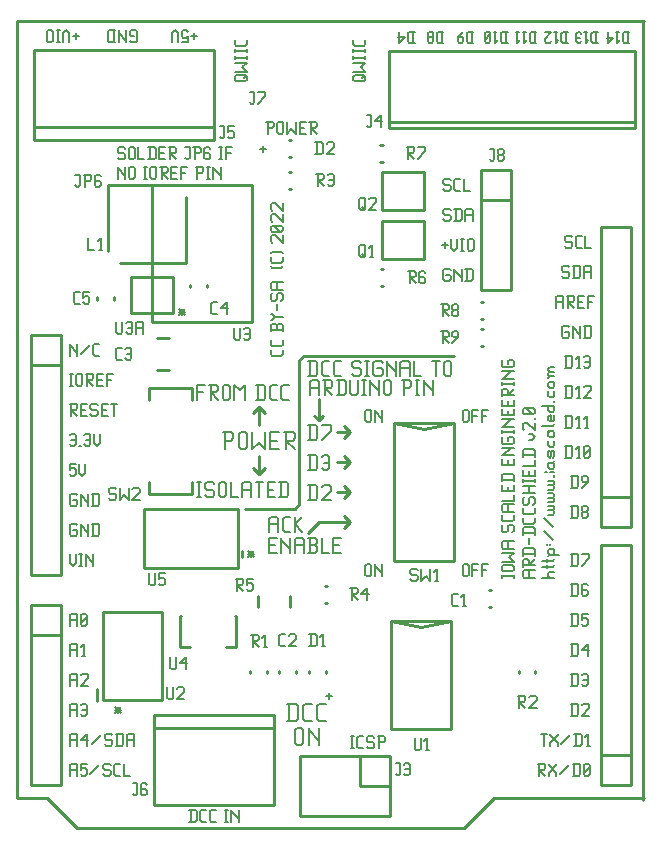
<source format=gbr>
G04 start of page 8 for group -4079 idx -4079 *
G04 Title: (unknown), topsilk *
G04 Creator: pcb 4.0.2 *
G04 CreationDate: Sat May 14 18:12:11 2022 UTC *
G04 For: railfan *
G04 Format: Gerber/RS-274X *
G04 PCB-Dimensions (mil): 3110.00 2710.00 *
G04 PCB-Coordinate-Origin: lower left *
%MOIN*%
%FSLAX25Y25*%
%LNTOPSILK*%
%ADD55C,0.0080*%
%ADD54C,0.0100*%
G54D54*X209500Y269500D02*Y10500D01*
X101500Y137000D02*X100000Y138500D01*
X96500Y158500D02*X146500D01*
X112000Y123000D02*X110000Y125000D01*
X112000Y123000D02*X110000Y121000D01*
X112000Y113000D02*X107500D01*
X112000D02*X110000Y115000D01*
X112000Y113000D02*X110000Y111000D01*
X1000Y270000D02*X210000D01*
X1000Y11000D02*Y270000D01*
X101500Y141500D02*Y137000D01*
X103000Y138500D01*
X101500Y144000D02*Y141000D01*
X95000Y151000D02*Y109000D01*
Y150500D02*Y157000D01*
X96500Y158500D01*
X81500Y125000D02*Y119000D01*
X83500Y121000D01*
X81500Y119000D02*X79500Y121000D01*
X77000Y107500D02*X93500D01*
X95000Y109000D01*
X81500Y141500D02*Y135500D01*
Y141500D02*X79500Y139500D01*
X81500Y141500D02*X83500Y139500D01*
X150000Y1000D02*X21000D01*
X1000Y11000D02*X11000D01*
X21000Y1000D02*X11000Y11000D01*
X160000D02*X150000Y1000D01*
X210000Y11000D02*X160000D01*
X98000Y99500D02*X101500Y103000D01*
X112000D01*
X110000Y105000D01*
X112000Y103000D02*X110000Y101000D01*
X112000Y133000D02*X107500D01*
X112000D02*X110000Y135000D01*
X112000Y133000D02*X110000Y131000D01*
X112000Y123000D02*X107500D01*
G54D55*X186000Y42500D02*Y38500D01*
X187500Y42500D02*X188000Y42000D01*
Y39000D01*
X187500Y38500D02*X188000Y39000D01*
X185500Y38500D02*X187500D01*
X185500Y42500D02*X187500D01*
X189200Y42000D02*X189700Y42500D01*
X191200D01*
X191700Y42000D01*
Y41000D01*
X189200Y38500D02*X191700Y41000D01*
X189200Y38500D02*X191700D01*
X174500Y22500D02*X176500D01*
X177000Y22000D01*
Y21000D01*
X176500Y20500D02*X177000Y21000D01*
X175000Y20500D02*X176500D01*
X175000Y22500D02*Y18500D01*
Y20500D02*X177000Y18500D01*
X178200Y22500D02*Y22000D01*
X180700Y19500D01*
Y18500D01*
X178200Y19500D02*Y18500D01*
Y19500D02*X180700Y22000D01*
Y22500D02*Y22000D01*
X181900Y19000D02*X184900Y22000D01*
X186600Y22500D02*Y18500D01*
X188100Y22500D02*X188600Y22000D01*
Y19000D01*
X188100Y18500D02*X188600Y19000D01*
X186100Y18500D02*X188100D01*
X186100Y22500D02*X188100D01*
X189800Y19000D02*X190300Y18500D01*
X189800Y22000D02*Y19000D01*
Y22000D02*X190300Y22500D01*
X191300D01*
X191800Y22000D01*
Y19000D01*
X191300Y18500D02*X191800Y19000D01*
X190300Y18500D02*X191300D01*
X189800Y19500D02*X191800Y21500D01*
X112100Y31600D02*X113100D01*
X112600D02*Y27600D01*
X112100D02*X113100D01*
X114800D02*X116300D01*
X114300Y28100D02*X114800Y27600D01*
X114300Y31100D02*Y28100D01*
Y31100D02*X114800Y31600D01*
X116300D01*
X119500D02*X120000Y31100D01*
X118000Y31600D02*X119500D01*
X117500Y31100D02*X118000Y31600D01*
X117500Y31100D02*Y30100D01*
X118000Y29600D01*
X119500D01*
X120000Y29100D01*
Y28100D01*
X119500Y27600D02*X120000Y28100D01*
X118000Y27600D02*X119500D01*
X117500Y28100D02*X118000Y27600D01*
X121700Y31600D02*Y27600D01*
X121200Y31600D02*X123200D01*
X123700Y31100D01*
Y30100D01*
X123200Y29600D02*X123700Y30100D01*
X121700Y29600D02*X123200D01*
X175500Y32500D02*X177500D01*
X176500D02*Y28500D01*
X178700Y32500D02*Y32000D01*
X181200Y29500D01*
Y28500D01*
X178700Y29500D02*Y28500D01*
Y29500D02*X181200Y32000D01*
Y32500D02*Y32000D01*
X182400Y29000D02*X185400Y32000D01*
X187100Y32500D02*Y28500D01*
X188600Y32500D02*X189100Y32000D01*
Y29000D01*
X188600Y28500D02*X189100Y29000D01*
X186600Y28500D02*X188600D01*
X186600Y32500D02*X188600D01*
X190800Y28500D02*X191800D01*
X191300Y32500D02*Y28500D01*
X190300Y31500D02*X191300Y32500D01*
X186000Y52500D02*Y48500D01*
X187500Y52500D02*X188000Y52000D01*
Y49000D01*
X187500Y48500D02*X188000Y49000D01*
X185500Y48500D02*X187500D01*
X185500Y52500D02*X187500D01*
X189200Y52000D02*X189700Y52500D01*
X190700D01*
X191200Y52000D01*
Y49000D01*
X190700Y48500D02*X191200Y49000D01*
X189700Y48500D02*X190700D01*
X189200Y49000D02*X189700Y48500D01*
Y50500D02*X191200D01*
X149500Y88500D02*Y85500D01*
Y88500D02*X150000Y89000D01*
X151000D01*
X151500Y88500D01*
Y85500D01*
X151000Y85000D02*X151500Y85500D01*
X150000Y85000D02*X151000D01*
X149500Y85500D02*X150000Y85000D01*
X152700Y89000D02*Y85000D01*
Y89000D02*X154700D01*
X152700Y87000D02*X154200D01*
X155900Y89000D02*Y85000D01*
Y89000D02*X157900D01*
X155900Y87000D02*X157400D01*
X186000Y108500D02*Y104500D01*
X187500Y108500D02*X188000Y108000D01*
Y105000D01*
X187500Y104500D02*X188000Y105000D01*
X185500Y104500D02*X187500D01*
X185500Y108500D02*X187500D01*
X189200Y105000D02*X189700Y104500D01*
X189200Y106000D02*Y105000D01*
Y106000D02*X189700Y106500D01*
X190700D01*
X191200Y106000D01*
Y105000D01*
X190700Y104500D02*X191200Y105000D01*
X189700Y104500D02*X190700D01*
X189200Y107000D02*X189700Y106500D01*
X189200Y108000D02*Y107000D01*
Y108000D02*X189700Y108500D01*
X190700D01*
X191200Y108000D01*
Y107000D01*
X190700Y106500D02*X191200Y107000D01*
X184000Y158500D02*Y154500D01*
X185500Y158500D02*X186000Y158000D01*
Y155000D01*
X185500Y154500D02*X186000Y155000D01*
X183500Y154500D02*X185500D01*
X183500Y158500D02*X185500D01*
X187700Y154500D02*X188700D01*
X188200Y158500D02*Y154500D01*
X187200Y157500D02*X188200Y158500D01*
X189900Y158000D02*X190400Y158500D01*
X191400D01*
X191900Y158000D01*
Y155000D01*
X191400Y154500D02*X191900Y155000D01*
X190400Y154500D02*X191400D01*
X189900Y155000D02*X190400Y154500D01*
Y156500D02*X191900D01*
X184000Y148500D02*Y144500D01*
X185500Y148500D02*X186000Y148000D01*
Y145000D01*
X185500Y144500D02*X186000Y145000D01*
X183500Y144500D02*X185500D01*
X183500Y148500D02*X185500D01*
X187700Y144500D02*X188700D01*
X188200Y148500D02*Y144500D01*
X187200Y147500D02*X188200Y148500D01*
X189900Y148000D02*X190400Y148500D01*
X191900D01*
X192400Y148000D01*
Y147000D01*
X189900Y144500D02*X192400Y147000D01*
X189900Y144500D02*X192400D01*
X184000Y138500D02*Y134500D01*
X185500Y138500D02*X186000Y138000D01*
Y135000D01*
X185500Y134500D02*X186000Y135000D01*
X183500Y134500D02*X185500D01*
X183500Y138500D02*X185500D01*
X187700Y134500D02*X188700D01*
X188200Y138500D02*Y134500D01*
X187200Y137500D02*X188200Y138500D01*
X190400Y134500D02*X191400D01*
X190900Y138500D02*Y134500D01*
X189900Y137500D02*X190900Y138500D01*
X184000Y128500D02*Y124500D01*
X185500Y128500D02*X186000Y128000D01*
Y125000D01*
X185500Y124500D02*X186000Y125000D01*
X183500Y124500D02*X185500D01*
X183500Y128500D02*X185500D01*
X187700Y124500D02*X188700D01*
X188200Y128500D02*Y124500D01*
X187200Y127500D02*X188200Y128500D01*
X189900Y125000D02*X190400Y124500D01*
X189900Y128000D02*Y125000D01*
Y128000D02*X190400Y128500D01*
X191400D01*
X191900Y128000D01*
Y125000D01*
X191400Y124500D02*X191900Y125000D01*
X190400Y124500D02*X191400D01*
X189900Y125500D02*X191900Y127500D01*
X186000Y118500D02*Y114500D01*
X187500Y118500D02*X188000Y118000D01*
Y115000D01*
X187500Y114500D02*X188000Y115000D01*
X185500Y114500D02*X187500D01*
X185500Y118500D02*X187500D01*
X189200Y114500D02*X191200Y116500D01*
Y118000D02*Y116500D01*
X190700Y118500D02*X191200Y118000D01*
X189700Y118500D02*X190700D01*
X189200Y118000D02*X189700Y118500D01*
X189200Y118000D02*Y117000D01*
X189700Y116500D01*
X191200D01*
X180500Y178000D02*Y174500D01*
Y178000D02*X181000Y178500D01*
X182500D01*
X183000Y178000D01*
Y174500D01*
X180500Y176500D02*X183000D01*
X184200Y178500D02*X186200D01*
X186700Y178000D01*
Y177000D01*
X186200Y176500D02*X186700Y177000D01*
X184700Y176500D02*X186200D01*
X184700Y178500D02*Y174500D01*
Y176500D02*X186700Y174500D01*
X187900Y176500D02*X189400D01*
X187900Y174500D02*X189900D01*
X187900Y178500D02*Y174500D01*
Y178500D02*X189900D01*
X191100D02*Y174500D01*
Y178500D02*X193100D01*
X191100Y176500D02*X192600D01*
X185500Y198500D02*X186000Y198000D01*
X184000Y198500D02*X185500D01*
X183500Y198000D02*X184000Y198500D01*
X183500Y198000D02*Y197000D01*
X184000Y196500D01*
X185500D01*
X186000Y196000D01*
Y195000D01*
X185500Y194500D02*X186000Y195000D01*
X184000Y194500D02*X185500D01*
X183500Y195000D02*X184000Y194500D01*
X187700D02*X189200D01*
X187200Y195000D02*X187700Y194500D01*
X187200Y198000D02*Y195000D01*
Y198000D02*X187700Y198500D01*
X189200D01*
X190400D02*Y194500D01*
X192400D01*
X184500Y168500D02*X185000Y168000D01*
X183000Y168500D02*X184500D01*
X182500Y168000D02*X183000Y168500D01*
X182500Y168000D02*Y165000D01*
X183000Y164500D01*
X184500D01*
X185000Y165000D01*
Y166000D02*Y165000D01*
X184500Y166500D02*X185000Y166000D01*
X183500Y166500D02*X184500D01*
X186200Y168500D02*Y164500D01*
Y168500D02*Y168000D01*
X188700Y165500D01*
Y168500D02*Y164500D01*
X190400Y168500D02*Y164500D01*
X191900Y168500D02*X192400Y168000D01*
Y165000D01*
X191900Y164500D02*X192400Y165000D01*
X189900Y164500D02*X191900D01*
X189900Y168500D02*X191900D01*
X184500Y188500D02*X185000Y188000D01*
X183000Y188500D02*X184500D01*
X182500Y188000D02*X183000Y188500D01*
X182500Y188000D02*Y187000D01*
X183000Y186500D01*
X184500D01*
X185000Y186000D01*
Y185000D01*
X184500Y184500D02*X185000Y185000D01*
X183000Y184500D02*X184500D01*
X182500Y185000D02*X183000Y184500D01*
X186700Y188500D02*Y184500D01*
X188200Y188500D02*X188700Y188000D01*
Y185000D01*
X188200Y184500D02*X188700Y185000D01*
X186200Y184500D02*X188200D01*
X186200Y188500D02*X188200D01*
X189900Y188000D02*Y184500D01*
Y188000D02*X190400Y188500D01*
X191900D01*
X192400Y188000D01*
Y184500D01*
X189900Y186500D02*X192400D01*
X186000Y92500D02*Y88500D01*
X187500Y92500D02*X188000Y92000D01*
Y89000D01*
X187500Y88500D02*X188000Y89000D01*
X185500Y88500D02*X187500D01*
X185500Y92500D02*X187500D01*
X189200Y88500D02*X191700Y91000D01*
Y92500D02*Y91000D01*
X189200Y92500D02*X191700D01*
X186000Y82500D02*Y78500D01*
X187500Y82500D02*X188000Y82000D01*
Y79000D01*
X187500Y78500D02*X188000Y79000D01*
X185500Y78500D02*X187500D01*
X185500Y82500D02*X187500D01*
X190700D02*X191200Y82000D01*
X189700Y82500D02*X190700D01*
X189200Y82000D02*X189700Y82500D01*
X189200Y82000D02*Y79000D01*
X189700Y78500D01*
X190700Y80500D02*X191200Y80000D01*
X189200Y80500D02*X190700D01*
X189700Y78500D02*X190700D01*
X191200Y79000D01*
Y80000D02*Y79000D01*
X176000Y84500D02*X180000D01*
X178500D02*X178000Y85000D01*
Y86000D02*Y85000D01*
Y86000D02*X178500Y86500D01*
X180000D01*
X176000Y88200D02*X179500D01*
X180000Y88700D01*
X177500D02*Y87700D01*
X176000Y90200D02*X179500D01*
X180000Y90700D01*
X177500D02*Y89700D01*
X178500Y92200D02*X181500D01*
X178000Y91700D02*X178500Y92200D01*
X178000Y92700D01*
Y93700D02*Y92700D01*
Y93700D02*X178500Y94200D01*
X179500D01*
X180000Y93700D02*X179500Y94200D01*
X180000Y93700D02*Y92700D01*
X179500Y92200D02*X180000Y92700D01*
X177500Y95900D02*Y95400D01*
X178500Y95900D02*Y95400D01*
X179500Y97100D02*X176500Y100100D01*
X179500Y101300D02*X176500Y104300D01*
X178000Y105500D02*X179500D01*
X180000Y106000D01*
Y106500D02*Y106000D01*
Y106500D02*X179500Y107000D01*
X178000D02*X179500D01*
X180000Y107500D01*
Y108000D02*Y107500D01*
Y108000D02*X179500Y108500D01*
X178000D02*X179500D01*
X178000Y109700D02*X179500D01*
X180000Y110200D01*
Y110700D02*Y110200D01*
Y110700D02*X179500Y111200D01*
X178000D02*X179500D01*
X180000Y111700D01*
Y112200D02*Y111700D01*
Y112200D02*X179500Y112700D01*
X178000D02*X179500D01*
X178000Y113900D02*X179500D01*
X180000Y114400D01*
Y114900D02*Y114400D01*
Y114900D02*X179500Y115400D01*
X178000D02*X179500D01*
X180000Y115900D01*
Y116400D02*Y115900D01*
Y116400D02*X179500Y116900D01*
X178000D02*X179500D01*
X180000Y118600D02*Y118100D01*
X177000Y119800D02*X177500D01*
X178500D02*X180000D01*
X178000Y122300D02*X178500Y122800D01*
X178000Y122300D02*Y121300D01*
X178500Y120800D02*X178000Y121300D01*
X178500Y120800D02*X179500D01*
X180000Y121300D01*
X178000Y122800D02*X179500D01*
X180000Y123300D01*
Y122300D02*Y121300D01*
Y122300D02*X179500Y122800D01*
X180000Y126500D02*Y125000D01*
Y126500D02*X179500Y127000D01*
X179000Y126500D02*X179500Y127000D01*
X179000Y126500D02*Y125000D01*
X178500Y124500D02*X179000Y125000D01*
X178500Y124500D02*X178000Y125000D01*
Y126500D02*Y125000D01*
Y126500D02*X178500Y127000D01*
X179500Y124500D02*X180000Y125000D01*
X178000Y130200D02*Y128700D01*
X178500Y128200D02*X178000Y128700D01*
X178500Y128200D02*X179500D01*
X180000Y128700D01*
Y130200D02*Y128700D01*
X178000Y132900D02*X178500Y133400D01*
X178000Y132900D02*Y131900D01*
X178500Y131400D02*X178000Y131900D01*
X178500Y131400D02*X179500D01*
X180000Y131900D01*
X178000Y133400D02*X179500D01*
X180000Y133900D01*
Y132900D02*Y131900D01*
Y132900D02*X179500Y133400D01*
X176000Y135100D02*X179500D01*
X180000Y135600D01*
Y138600D02*Y137100D01*
X179500Y136600D02*X180000Y137100D01*
X178500Y136600D02*X179500D01*
X178500D02*X178000Y137100D01*
Y138100D02*Y137100D01*
Y138100D02*X178500Y138600D01*
X179000D02*Y136600D01*
X178500Y138600D02*X179000D01*
X176000Y141800D02*X180000D01*
Y141300D02*X179500Y141800D01*
X180000Y141300D02*Y140300D01*
X179500Y139800D02*X180000Y140300D01*
X178500Y139800D02*X179500D01*
X178500D02*X178000Y140300D01*
Y141300D02*Y140300D01*
Y141300D02*X178500Y141800D01*
X180000Y143500D02*Y143000D01*
X178000Y146700D02*Y145200D01*
X178500Y144700D02*X178000Y145200D01*
X178500Y144700D02*X179500D01*
X180000Y145200D01*
Y146700D02*Y145200D01*
X178500Y147900D02*X179500D01*
X178500D02*X178000Y148400D01*
Y149400D02*Y148400D01*
Y149400D02*X178500Y149900D01*
X179500D01*
X180000Y149400D02*X179500Y149900D01*
X180000Y149400D02*Y148400D01*
X179500Y147900D02*X180000Y148400D01*
X178500Y151600D02*X180000D01*
X178500D02*X178000Y152100D01*
Y152600D02*Y152100D01*
Y152600D02*X178500Y153100D01*
X180000D01*
X178500D02*X178000Y153600D01*
Y154100D02*Y153600D01*
Y154100D02*X178500Y154600D01*
X180000D01*
X178000Y151100D02*X178500Y151600D01*
X170000Y84500D02*X173500D01*
X170000D02*X169500Y85000D01*
Y86500D02*Y85000D01*
Y86500D02*X170000Y87000D01*
X173500D01*
X171500D02*Y84500D01*
X169500Y90200D02*Y88200D01*
Y90200D02*X170000Y90700D01*
X171000D01*
X171500Y90200D02*X171000Y90700D01*
X171500Y90200D02*Y88700D01*
X169500D02*X173500D01*
X171500D02*X173500Y90700D01*
X169500Y92400D02*X173500D01*
X169500Y93900D02*X170000Y94400D01*
X173000D01*
X173500Y93900D02*X173000Y94400D01*
X173500Y93900D02*Y91900D01*
X169500Y93900D02*Y91900D01*
X171500Y97600D02*Y95600D01*
X169500Y99300D02*X173500D01*
X169500Y100800D02*X170000Y101300D01*
X173000D01*
X173500Y100800D02*X173000Y101300D01*
X173500Y100800D02*Y98800D01*
X169500Y100800D02*Y98800D01*
X173500Y104500D02*Y103000D01*
X173000Y102500D02*X173500Y103000D01*
X170000Y102500D02*X173000D01*
X170000D02*X169500Y103000D01*
Y104500D02*Y103000D01*
X173500Y107700D02*Y106200D01*
X173000Y105700D02*X173500Y106200D01*
X170000Y105700D02*X173000D01*
X170000D02*X169500Y106200D01*
Y107700D02*Y106200D01*
Y110900D02*X170000Y111400D01*
X169500Y110900D02*Y109400D01*
X170000Y108900D02*X169500Y109400D01*
X170000Y108900D02*X171000D01*
X171500Y109400D01*
Y110900D02*Y109400D01*
Y110900D02*X172000Y111400D01*
X173000D01*
X173500Y110900D02*X173000Y111400D01*
X173500Y110900D02*Y109400D01*
X173000Y108900D02*X173500Y109400D01*
X169500Y112600D02*X173500D01*
X169500Y115100D02*X173500D01*
X171500D02*Y112600D01*
X169500Y117300D02*Y116300D01*
Y116800D02*X173500D01*
Y117300D02*Y116300D01*
X171500Y120000D02*Y118500D01*
X173500Y120500D02*Y118500D01*
X169500D02*X173500D01*
X169500Y120500D02*Y118500D01*
Y121700D02*X173500D01*
Y123700D02*Y121700D01*
X169500Y125400D02*X173500D01*
X169500Y126900D02*X170000Y127400D01*
X173000D01*
X173500Y126900D02*X173000Y127400D01*
X173500Y126900D02*Y124900D01*
X169500Y126900D02*Y124900D01*
X171500Y130400D02*X172500D01*
X173500Y131400D01*
X172500Y132400D01*
X171500D02*X172500D01*
X170000Y133600D02*X169500Y134100D01*
Y135600D02*Y134100D01*
Y135600D02*X170000Y136100D01*
X171000D01*
X173500Y133600D02*X171000Y136100D01*
X173500D02*Y133600D01*
Y137800D02*Y137300D01*
X173000Y139000D02*X173500Y139500D01*
X170000Y139000D02*X173000D01*
X170000D02*X169500Y139500D01*
Y140500D02*Y139500D01*
Y140500D02*X170000Y141000D01*
X173000D01*
X173500Y140500D02*X173000Y141000D01*
X173500Y140500D02*Y139500D01*
X172500Y139000D02*X170500Y141000D01*
X162500Y85500D02*Y84500D01*
Y85000D02*X166500D01*
Y85500D02*Y84500D01*
X163000Y86700D02*X166000D01*
X163000D02*X162500Y87200D01*
Y88200D02*Y87200D01*
Y88200D02*X163000Y88700D01*
X166000D01*
X166500Y88200D02*X166000Y88700D01*
X166500Y88200D02*Y87200D01*
X166000Y86700D02*X166500Y87200D01*
X162500Y89900D02*X166500D01*
X165000Y91400D01*
X166500Y92900D01*
X162500D02*X166500D01*
X163000Y94100D02*X166500D01*
X163000D02*X162500Y94600D01*
Y96100D02*Y94600D01*
Y96100D02*X163000Y96600D01*
X166500D01*
X164500D02*Y94100D01*
X162500Y101600D02*X163000Y102100D01*
X162500Y101600D02*Y100100D01*
X163000Y99600D02*X162500Y100100D01*
X163000Y99600D02*X164000D01*
X164500Y100100D01*
Y101600D02*Y100100D01*
Y101600D02*X165000Y102100D01*
X166000D01*
X166500Y101600D02*X166000Y102100D01*
X166500Y101600D02*Y100100D01*
X166000Y99600D02*X166500Y100100D01*
Y105300D02*Y103800D01*
X166000Y103300D02*X166500Y103800D01*
X163000Y103300D02*X166000D01*
X163000D02*X162500Y103800D01*
Y105300D02*Y103800D01*
X163000Y106500D02*X166500D01*
X163000D02*X162500Y107000D01*
Y108500D02*Y107000D01*
Y108500D02*X163000Y109000D01*
X166500D01*
X164500D02*Y106500D01*
X162500Y110200D02*X166500D01*
Y112200D02*Y110200D01*
X164500Y114900D02*Y113400D01*
X166500Y115400D02*Y113400D01*
X162500D02*X166500D01*
X162500Y115400D02*Y113400D01*
Y117100D02*X166500D01*
X162500Y118600D02*X163000Y119100D01*
X166000D01*
X166500Y118600D02*X166000Y119100D01*
X166500Y118600D02*Y116600D01*
X162500Y118600D02*Y116600D01*
X164500Y123600D02*Y122100D01*
X166500Y124100D02*Y122100D01*
X162500D02*X166500D01*
X162500Y124100D02*Y122100D01*
Y125300D02*X166500D01*
X162500D02*X163000D01*
X165500Y127800D01*
X162500D02*X166500D01*
X162500Y131000D02*X163000Y131500D01*
X162500Y131000D02*Y129500D01*
X163000Y129000D02*X162500Y129500D01*
X163000Y129000D02*X166000D01*
X166500Y129500D01*
Y131000D02*Y129500D01*
Y131000D02*X166000Y131500D01*
X165000D02*X166000D01*
X164500Y131000D02*X165000Y131500D01*
X164500Y131000D02*Y130000D01*
X162500Y133700D02*Y132700D01*
Y133200D02*X166500D01*
Y133700D02*Y132700D01*
X162500Y134900D02*X166500D01*
X162500D02*X163000D01*
X165500Y137400D01*
X162500D02*X166500D01*
X164500Y140100D02*Y138600D01*
X166500Y140600D02*Y138600D01*
X162500D02*X166500D01*
X162500Y140600D02*Y138600D01*
X164500Y143300D02*Y141800D01*
X166500Y143800D02*Y141800D01*
X162500D02*X166500D01*
X162500Y143800D02*Y141800D01*
Y147000D02*Y145000D01*
Y147000D02*X163000Y147500D01*
X164000D01*
X164500Y147000D02*X164000Y147500D01*
X164500Y147000D02*Y145500D01*
X162500D02*X166500D01*
X164500D02*X166500Y147500D01*
X162500Y149700D02*Y148700D01*
Y149200D02*X166500D01*
Y149700D02*Y148700D01*
X162500Y150900D02*X166500D01*
X162500D02*X163000D01*
X165500Y153400D01*
X162500D02*X166500D01*
X162500Y156600D02*X163000Y157100D01*
X162500Y156600D02*Y155100D01*
X163000Y154600D02*X162500Y155100D01*
X163000Y154600D02*X166000D01*
X166500Y155100D01*
Y156600D02*Y155100D01*
Y156600D02*X166000Y157100D01*
X165000D02*X166000D01*
X164500Y156600D02*X165000Y157100D01*
X164500Y156600D02*Y155600D01*
X18500Y92500D02*Y89500D01*
X19500Y88500D01*
X20500Y89500D01*
Y92500D02*Y89500D01*
X21700Y92500D02*X22700D01*
X22200D02*Y88500D01*
X21700D02*X22700D01*
X23900Y92500D02*Y88500D01*
Y92500D02*Y92000D01*
X26400Y89500D01*
Y92500D02*Y88500D01*
X20500Y102500D02*X21000Y102000D01*
X19000Y102500D02*X20500D01*
X18500Y102000D02*X19000Y102500D01*
X18500Y102000D02*Y99000D01*
X19000Y98500D01*
X20500D01*
X21000Y99000D01*
Y100000D02*Y99000D01*
X20500Y100500D02*X21000Y100000D01*
X19500Y100500D02*X20500D01*
X22200Y102500D02*Y98500D01*
Y102500D02*Y102000D01*
X24700Y99500D01*
Y102500D02*Y98500D01*
X26400Y102500D02*Y98500D01*
X27900Y102500D02*X28400Y102000D01*
Y99000D01*
X27900Y98500D02*X28400Y99000D01*
X25900Y98500D02*X27900D01*
X25900Y102500D02*X27900D01*
X20500Y112500D02*X21000Y112000D01*
X19000Y112500D02*X20500D01*
X18500Y112000D02*X19000Y112500D01*
X18500Y112000D02*Y109000D01*
X19000Y108500D01*
X20500D01*
X21000Y109000D01*
Y110000D02*Y109000D01*
X20500Y110500D02*X21000Y110000D01*
X19500Y110500D02*X20500D01*
X22200Y112500D02*Y108500D01*
Y112500D02*Y112000D01*
X24700Y109500D01*
Y112500D02*Y108500D01*
X26400Y112500D02*Y108500D01*
X27900Y112500D02*X28400Y112000D01*
Y109000D01*
X27900Y108500D02*X28400Y109000D01*
X25900Y108500D02*X27900D01*
X25900Y112500D02*X27900D01*
X18500Y22000D02*Y18500D01*
Y22000D02*X19000Y22500D01*
X20500D01*
X21000Y22000D01*
Y18500D01*
X18500Y20500D02*X21000D01*
X22200Y22500D02*X24200D01*
X22200D02*Y20500D01*
X22700Y21000D01*
X23700D01*
X24200Y20500D01*
Y19000D01*
X23700Y18500D02*X24200Y19000D01*
X22700Y18500D02*X23700D01*
X22200Y19000D02*X22700Y18500D01*
X25400Y19000D02*X28400Y22000D01*
X31600Y22500D02*X32100Y22000D01*
X30100Y22500D02*X31600D01*
X29600Y22000D02*X30100Y22500D01*
X29600Y22000D02*Y21000D01*
X30100Y20500D01*
X31600D01*
X32100Y20000D01*
Y19000D01*
X31600Y18500D02*X32100Y19000D01*
X30100Y18500D02*X31600D01*
X29600Y19000D02*X30100Y18500D01*
X33800D02*X35300D01*
X33300Y19000D02*X33800Y18500D01*
X33300Y22000D02*Y19000D01*
Y22000D02*X33800Y22500D01*
X35300D01*
X36500D02*Y18500D01*
X38500D01*
X18500Y32000D02*Y28500D01*
Y32000D02*X19000Y32500D01*
X20500D01*
X21000Y32000D01*
Y28500D01*
X18500Y30500D02*X21000D01*
X22200D02*X24200Y32500D01*
X22200Y30500D02*X24700D01*
X24200Y32500D02*Y28500D01*
X25900Y29000D02*X28900Y32000D01*
X32100Y32500D02*X32600Y32000D01*
X30600Y32500D02*X32100D01*
X30100Y32000D02*X30600Y32500D01*
X30100Y32000D02*Y31000D01*
X30600Y30500D01*
X32100D01*
X32600Y30000D01*
Y29000D01*
X32100Y28500D02*X32600Y29000D01*
X30600Y28500D02*X32100D01*
X30100Y29000D02*X30600Y28500D01*
X34300Y32500D02*Y28500D01*
X35800Y32500D02*X36300Y32000D01*
Y29000D01*
X35800Y28500D02*X36300Y29000D01*
X33800Y28500D02*X35800D01*
X33800Y32500D02*X35800D01*
X37500Y32000D02*Y28500D01*
Y32000D02*X38000Y32500D01*
X39500D01*
X40000Y32000D01*
Y28500D01*
X37500Y30500D02*X40000D01*
X18500Y42000D02*Y38500D01*
Y42000D02*X19000Y42500D01*
X20500D01*
X21000Y42000D01*
Y38500D01*
X18500Y40500D02*X21000D01*
X22200Y42000D02*X22700Y42500D01*
X23700D01*
X24200Y42000D01*
Y39000D01*
X23700Y38500D02*X24200Y39000D01*
X22700Y38500D02*X23700D01*
X22200Y39000D02*X22700Y38500D01*
Y40500D02*X24200D01*
X18500Y52000D02*Y48500D01*
Y52000D02*X19000Y52500D01*
X20500D01*
X21000Y52000D01*
Y48500D01*
X18500Y50500D02*X21000D01*
X22200Y52000D02*X22700Y52500D01*
X24200D01*
X24700Y52000D01*
Y51000D01*
X22200Y48500D02*X24700Y51000D01*
X22200Y48500D02*X24700D01*
X18500Y132000D02*X19000Y132500D01*
X20000D01*
X20500Y132000D01*
Y129000D01*
X20000Y128500D02*X20500Y129000D01*
X19000Y128500D02*X20000D01*
X18500Y129000D02*X19000Y128500D01*
Y130500D02*X20500D01*
X21700Y128500D02*X22200D01*
X23400Y132000D02*X23900Y132500D01*
X24900D01*
X25400Y132000D01*
Y129000D01*
X24900Y128500D02*X25400Y129000D01*
X23900Y128500D02*X24900D01*
X23400Y129000D02*X23900Y128500D01*
Y130500D02*X25400D01*
X26600Y132500D02*Y129500D01*
X27600Y128500D01*
X28600Y129500D01*
Y132500D02*Y129500D01*
X18500Y142500D02*X20500D01*
X21000Y142000D01*
Y141000D01*
X20500Y140500D02*X21000Y141000D01*
X19000Y140500D02*X20500D01*
X19000Y142500D02*Y138500D01*
Y140500D02*X21000Y138500D01*
X22200Y140500D02*X23700D01*
X22200Y138500D02*X24200D01*
X22200Y142500D02*Y138500D01*
Y142500D02*X24200D01*
X27400D02*X27900Y142000D01*
X25900Y142500D02*X27400D01*
X25400Y142000D02*X25900Y142500D01*
X25400Y142000D02*Y141000D01*
X25900Y140500D01*
X27400D01*
X27900Y140000D01*
Y139000D01*
X27400Y138500D02*X27900Y139000D01*
X25900Y138500D02*X27400D01*
X25400Y139000D02*X25900Y138500D01*
X29100Y140500D02*X30600D01*
X29100Y138500D02*X31100D01*
X29100Y142500D02*Y138500D01*
Y142500D02*X31100D01*
X32300D02*X34300D01*
X33300D02*Y138500D01*
X18500Y162500D02*Y158500D01*
Y162500D02*Y162000D01*
X21000Y159500D01*
Y162500D02*Y158500D01*
X22200Y159000D02*X25200Y162000D01*
X26900Y158500D02*X28400D01*
X26400Y159000D02*X26900Y158500D01*
X26400Y162000D02*Y159000D01*
Y162000D02*X26900Y162500D01*
X28400D01*
X18500Y152500D02*X19500D01*
X19000D02*Y148500D01*
X18500D02*X19500D01*
X20700Y152000D02*Y149000D01*
Y152000D02*X21200Y152500D01*
X22200D01*
X22700Y152000D01*
Y149000D01*
X22200Y148500D02*X22700Y149000D01*
X21200Y148500D02*X22200D01*
X20700Y149000D02*X21200Y148500D01*
X23900Y152500D02*X25900D01*
X26400Y152000D01*
Y151000D01*
X25900Y150500D02*X26400Y151000D01*
X24400Y150500D02*X25900D01*
X24400Y152500D02*Y148500D01*
Y150500D02*X26400Y148500D01*
X27600Y150500D02*X29100D01*
X27600Y148500D02*X29600D01*
X27600Y152500D02*Y148500D01*
Y152500D02*X29600D01*
X30800D02*Y148500D01*
Y152500D02*X32800D01*
X30800Y150500D02*X32300D01*
X18500Y122500D02*X20500D01*
X18500D02*Y120500D01*
X19000Y121000D01*
X20000D01*
X20500Y120500D01*
Y119000D01*
X20000Y118500D02*X20500Y119000D01*
X19000Y118500D02*X20000D01*
X18500Y119000D02*X19000Y118500D01*
X21700Y122500D02*Y119500D01*
X22700Y118500D01*
X23700Y119500D01*
Y122500D02*Y119500D01*
X54873Y174127D02*X56873Y172127D01*
X54873D02*X56873Y174127D01*
X54873Y173127D02*X56873D01*
X55873Y174127D02*Y172127D01*
X204575Y266250D02*Y262850D01*
X203300D02*X202875Y263275D01*
Y265825D02*Y263275D01*
X203300Y266250D02*X202875Y265825D01*
X203300Y266250D02*X205000D01*
X203300Y262850D02*X205000D01*
X200580Y266250D02*X201430D01*
X201005D02*Y262850D01*
X201855Y263700D02*X201005Y262850D01*
X199560Y264550D02*X197860Y262850D01*
X197435Y264550D02*X199560D01*
X197860Y266250D02*Y262850D01*
X194075Y266250D02*Y262850D01*
X192800D02*X192375Y263275D01*
Y265825D02*Y263275D01*
X192800Y266250D02*X192375Y265825D01*
X192800Y266250D02*X194500D01*
X192800Y262850D02*X194500D01*
X190080Y266250D02*X190930D01*
X190505D02*Y262850D01*
X191355Y263700D02*X190505Y262850D01*
X189060Y263275D02*X188635Y262850D01*
X187785D02*X188635D01*
X187785D02*X187360Y263275D01*
Y265825D02*Y263275D01*
X187785Y266250D02*X187360Y265825D01*
X187785Y266250D02*X188635D01*
X189060Y265825D02*X188635Y266250D01*
X187360Y264550D02*X188635D01*
X184075Y266250D02*Y262850D01*
X182800D02*X182375Y263275D01*
Y265825D02*Y263275D01*
X182800Y266250D02*X182375Y265825D01*
X182800Y266250D02*X184500D01*
X182800Y262850D02*X184500D01*
X180080Y266250D02*X180930D01*
X180505D02*Y262850D01*
X181355Y263700D02*X180505Y262850D01*
X179060Y263275D02*X178635Y262850D01*
X177360D02*X178635D01*
X177360D02*X176935Y263275D01*
Y264125D02*Y263275D01*
X179060Y266250D02*X176935Y264125D01*
Y266250D02*X179060D01*
X173575D02*Y262850D01*
X172300D02*X171875Y263275D01*
Y265825D02*Y263275D01*
X172300Y266250D02*X171875Y265825D01*
X172300Y266250D02*X174000D01*
X172300Y262850D02*X174000D01*
X169580Y266250D02*X170430D01*
X170005D02*Y262850D01*
X170855Y263700D02*X170005Y262850D01*
X167285Y266250D02*X168135D01*
X167710D02*Y262850D01*
X168560Y263700D02*X167710Y262850D01*
X164050Y266500D02*Y262900D01*
X162700D02*X162250Y263350D01*
Y266050D02*Y263350D01*
X162700Y266500D02*X162250Y266050D01*
X162700Y266500D02*X164500D01*
X162700Y262900D02*X164500D01*
X159820Y266500D02*X160720D01*
X160270D02*Y262900D01*
X161170Y263800D02*X160270Y262900D01*
X158740Y266050D02*X158290Y266500D01*
X158740Y266050D02*Y263350D01*
X158290Y262900D01*
X157390D02*X158290D01*
X157390D02*X156940Y263350D01*
Y266050D02*Y263350D01*
X157390Y266500D02*X156940Y266050D01*
X157390Y266500D02*X158290D01*
X158740Y265600D02*X156940Y263800D01*
X152550Y266500D02*Y262900D01*
X151200D02*X150750Y263350D01*
Y266050D02*Y263350D01*
X151200Y266500D02*X150750Y266050D01*
X151200Y266500D02*X153000D01*
X151200Y262900D02*X153000D01*
X149670Y266500D02*X147870Y264700D01*
Y263350D01*
X148320Y262900D02*X147870Y263350D01*
X148320Y262900D02*X149220D01*
X149670Y263350D02*X149220Y262900D01*
X149670Y264250D02*Y263350D01*
Y264250D02*X149220Y264700D01*
X147870D02*X149220D01*
X133050Y266500D02*Y262900D01*
X131700D02*X131250Y263350D01*
Y266050D02*Y263350D01*
X131700Y266500D02*X131250Y266050D01*
X131700Y266500D02*X133500D01*
X131700Y262900D02*X133500D01*
X130170Y264700D02*X128370Y262900D01*
X127920Y264700D02*X130170D01*
X128370Y266500D02*Y262900D01*
X142550Y266500D02*Y262900D01*
X141200D02*X140750Y263350D01*
Y266050D02*Y263350D01*
X141200Y266500D02*X140750Y266050D01*
X141200Y266500D02*X143000D01*
X141200Y262900D02*X143000D01*
X139670Y266050D02*X139220Y266500D01*
X139670Y266050D02*Y265150D01*
X139220Y264700D01*
X138320D02*X139220D01*
X138320D02*X137870Y265150D01*
Y266050D02*Y265150D01*
X138320Y266500D02*X137870Y266050D01*
X138320Y266500D02*X139220D01*
X139670Y264250D02*X139220Y264700D01*
X139670Y264250D02*Y263350D01*
X139220Y262900D01*
X138320D02*X139220D01*
X138320D02*X137870Y263350D01*
Y264250D02*Y263350D01*
X138320Y264700D02*X137870Y264250D01*
X113500Y250000D02*X116500D01*
X113500D02*X113000Y250500D01*
Y251500D02*Y250500D01*
Y251500D02*X113500Y252000D01*
X116500D01*
X117000Y251500D02*X116500Y252000D01*
X117000Y251500D02*Y250500D01*
X116500Y250000D02*X117000Y250500D01*
X116000Y251000D02*X117000Y252000D01*
X113000Y253200D02*X117000D01*
X115500Y254700D01*
X117000Y256200D01*
X113000D02*X117000D01*
X113000Y258400D02*Y257400D01*
Y257900D02*X117000D01*
Y258400D02*Y257400D01*
X113000Y260600D02*Y259600D01*
Y260100D02*X117000D01*
Y260600D02*Y259600D01*
Y263800D02*Y262300D01*
X116500Y261800D02*X117000Y262300D01*
X113500Y261800D02*X116500D01*
X113500D02*X113000Y262300D01*
Y263800D02*Y262300D01*
X39000Y263000D02*X38500Y263500D01*
X39000Y263000D02*X40500D01*
X41000Y263500D02*X40500Y263000D01*
X41000Y266500D02*Y263500D01*
Y266500D02*X40500Y267000D01*
X39000D02*X40500D01*
X39000D02*X38500Y266500D01*
Y265500D01*
X39000Y265000D02*X38500Y265500D01*
X39000Y265000D02*X40000D01*
X37300Y267000D02*Y263000D01*
Y263500D02*Y263000D01*
Y263500D02*X34800Y266000D01*
Y267000D02*Y263000D01*
X33100Y267000D02*Y263000D01*
X31600D02*X31100Y263500D01*
Y266500D02*Y263500D01*
X31600Y267000D02*X31100Y266500D01*
X31600Y267000D02*X33600D01*
X31600Y263000D02*X33600D01*
X19500Y265000D02*X21500D01*
X20500Y266000D02*Y264000D01*
X18300Y266000D02*Y263000D01*
Y266000D02*X17300Y267000D01*
X16300Y266000D01*
Y263000D01*
X14100D02*X15100D01*
X14600Y267000D02*Y263000D01*
X14100Y267000D02*X15100D01*
X12900Y266500D02*Y263500D01*
X12400Y263000D01*
X11400D02*X12400D01*
X11400D02*X10900Y263500D01*
Y266500D02*Y263500D01*
X11400Y267000D02*X10900Y266500D01*
X11400Y267000D02*X12400D01*
X12900Y266500D02*X12400Y267000D01*
X59000Y265000D02*X61000D01*
X60000Y266000D02*Y264000D01*
X55800Y263000D02*X57800D01*
Y265000D02*Y263000D01*
Y265000D02*X57300Y264500D01*
X56300D02*X57300D01*
X56300D02*X55800Y265000D01*
Y266500D02*Y265000D01*
X56300Y267000D02*X55800Y266500D01*
X56300Y267000D02*X57300D01*
X57800Y266500D02*X57300Y267000D01*
X54600Y266000D02*Y263000D01*
Y266000D02*X53600Y267000D01*
X52600Y266000D01*
Y263000D01*
X74000Y250000D02*X77000D01*
X74000D02*X73500Y250500D01*
Y251500D02*Y250500D01*
Y251500D02*X74000Y252000D01*
X77000D01*
X77500Y251500D02*X77000Y252000D01*
X77500Y251500D02*Y250500D01*
X77000Y250000D02*X77500Y250500D01*
X76500Y251000D02*X77500Y252000D01*
X73500Y253200D02*X77500D01*
X76000Y254700D01*
X77500Y256200D01*
X73500D02*X77500D01*
X73500Y258400D02*Y257400D01*
Y257900D02*X77500D01*
Y258400D02*Y257400D01*
X73500Y260600D02*Y259600D01*
Y260100D02*X77500D01*
Y260600D02*Y259600D01*
Y263800D02*Y262300D01*
X77000Y261800D02*X77500Y262300D01*
X74000Y261800D02*X77000D01*
X74000D02*X73500Y262300D01*
Y263800D02*Y262300D01*
X117000Y140000D02*Y137000D01*
Y140000D02*X117500Y140500D01*
X118500D01*
X119000Y140000D01*
Y137000D01*
X118500Y136500D02*X119000Y137000D01*
X117500Y136500D02*X118500D01*
X117000Y137000D02*X117500Y136500D01*
X120200Y140500D02*Y136500D01*
Y140500D02*Y140000D01*
X122700Y137500D01*
Y140500D02*Y136500D01*
X98605Y135290D02*Y130450D01*
X100420Y135290D02*X101025Y134685D01*
Y131055D01*
X100420Y130450D02*X101025Y131055D01*
X98000Y130450D02*X100420D01*
X98000Y135290D02*X100420D01*
X102477Y130450D02*X105502Y133475D01*
Y135290D02*Y133475D01*
X102477Y135290D02*X105502D01*
X98605Y125290D02*Y120450D01*
X100420Y125290D02*X101025Y124685D01*
Y121055D01*
X100420Y120450D02*X101025Y121055D01*
X98000Y120450D02*X100420D01*
X98000Y125290D02*X100420D01*
X102477Y124685D02*X103082Y125290D01*
X104292D01*
X104897Y124685D01*
Y121055D01*
X104292Y120450D02*X104897Y121055D01*
X103082Y120450D02*X104292D01*
X102477Y121055D02*X103082Y120450D01*
Y122870D02*X104897D01*
X98605Y115290D02*Y110450D01*
X100420Y115290D02*X101025Y114685D01*
Y111055D01*
X100420Y110450D02*X101025Y111055D01*
X98000Y110450D02*X100420D01*
X98000Y115290D02*X100420D01*
X102477Y114685D02*X103082Y115290D01*
X104897D01*
X105502Y114685D01*
Y113475D01*
X102477Y110450D02*X105502Y113475D01*
X102477Y110450D02*X105502D01*
X61000Y116280D02*X62220D01*
X61610D02*Y111400D01*
X61000D02*X62220D01*
X66124Y116280D02*X66734Y115670D01*
X64294Y116280D02*X66124D01*
X63684Y115670D02*X64294Y116280D01*
X63684Y115670D02*Y114450D01*
X64294Y113840D01*
X66124D01*
X66734Y113230D01*
Y112010D01*
X66124Y111400D02*X66734Y112010D01*
X64294Y111400D02*X66124D01*
X63684Y112010D02*X64294Y111400D01*
X68198Y115670D02*Y112010D01*
Y115670D02*X68808Y116280D01*
X70028D01*
X70638Y115670D01*
Y112010D01*
X70028Y111400D02*X70638Y112010D01*
X68808Y111400D02*X70028D01*
X68198Y112010D02*X68808Y111400D01*
X72102Y116280D02*Y111400D01*
X74542D01*
X76006Y115670D02*Y111400D01*
Y115670D02*X76616Y116280D01*
X78446D01*
X79056Y115670D01*
Y111400D01*
X76006Y113840D02*X79056D01*
X80520Y116280D02*X82960D01*
X81740D02*Y111400D01*
X84424Y113840D02*X86254D01*
X84424Y111400D02*X86864D01*
X84424Y116280D02*Y111400D01*
Y116280D02*X86864D01*
X88938D02*Y111400D01*
X90768Y116280D02*X91378Y115670D01*
Y112010D01*
X90768Y111400D02*X91378Y112010D01*
X88328Y111400D02*X90768D01*
X88328Y116280D02*X90768D01*
X70215Y133070D02*Y127350D01*
X69500Y133070D02*X72360D01*
X73075Y132355D01*
Y130925D01*
X72360Y130210D02*X73075Y130925D01*
X70215Y130210D02*X72360D01*
X74791Y132355D02*Y128065D01*
Y132355D02*X75506Y133070D01*
X76936D01*
X77651Y132355D01*
Y128065D01*
X76936Y127350D02*X77651Y128065D01*
X75506Y127350D02*X76936D01*
X74791Y128065D02*X75506Y127350D01*
X79367Y133070D02*Y127350D01*
X81512Y129495D01*
X83657Y127350D01*
Y133070D02*Y127350D01*
X85373Y130210D02*X87518D01*
X85373Y127350D02*X88233D01*
X85373Y133070D02*Y127350D01*
Y133070D02*X88233D01*
X89949D02*X92809D01*
X93524Y132355D01*
Y130925D01*
X92809Y130210D02*X93524Y130925D01*
X90664Y130210D02*X92809D01*
X90664Y133070D02*Y127350D01*
Y130210D02*X93524Y127350D01*
X149500Y140000D02*Y137000D01*
Y140000D02*X150000Y140500D01*
X151000D01*
X151500Y140000D01*
Y137000D01*
X151000Y136500D02*X151500Y137000D01*
X150000Y136500D02*X151000D01*
X149500Y137000D02*X150000Y136500D01*
X152700Y140500D02*Y136500D01*
Y140500D02*X154700D01*
X152700Y138500D02*X154200D01*
X155900Y140500D02*Y136500D01*
Y140500D02*X157900D01*
X155900Y138500D02*X157400D01*
X98610Y156780D02*Y151900D01*
X100440Y156780D02*X101050Y156170D01*
Y152510D01*
X100440Y151900D02*X101050Y152510D01*
X98000Y151900D02*X100440D01*
X98000Y156780D02*X100440D01*
X103124Y151900D02*X104954D01*
X102514Y152510D02*X103124Y151900D01*
X102514Y156170D02*Y152510D01*
Y156170D02*X103124Y156780D01*
X104954D01*
X107028Y151900D02*X108858D01*
X106418Y152510D02*X107028Y151900D01*
X106418Y156170D02*Y152510D01*
Y156170D02*X107028Y156780D01*
X108858D01*
X114958D02*X115568Y156170D01*
X113128Y156780D02*X114958D01*
X112518Y156170D02*X113128Y156780D01*
X112518Y156170D02*Y154950D01*
X113128Y154340D01*
X114958D01*
X115568Y153730D01*
Y152510D01*
X114958Y151900D02*X115568Y152510D01*
X113128Y151900D02*X114958D01*
X112518Y152510D02*X113128Y151900D01*
X117032Y156780D02*X118252D01*
X117642D02*Y151900D01*
X117032D02*X118252D01*
X122156Y156780D02*X122766Y156170D01*
X120326Y156780D02*X122156D01*
X119716Y156170D02*X120326Y156780D01*
X119716Y156170D02*Y152510D01*
X120326Y151900D01*
X122156D01*
X122766Y152510D01*
Y153730D02*Y152510D01*
X122156Y154340D02*X122766Y153730D01*
X120936Y154340D02*X122156D01*
X124230Y156780D02*Y151900D01*
Y156780D02*Y156170D01*
X127280Y153120D01*
Y156780D02*Y151900D01*
X128744Y156170D02*Y151900D01*
Y156170D02*X129354Y156780D01*
X131184D01*
X131794Y156170D01*
Y151900D01*
X128744Y154340D02*X131794D01*
X133258Y156780D02*Y151900D01*
X135698D01*
X139358Y156780D02*X141798D01*
X140578D02*Y151900D01*
X143262Y156170D02*Y152510D01*
Y156170D02*X143872Y156780D01*
X145092D01*
X145702Y156170D01*
Y152510D01*
X145092Y151900D02*X145702Y152510D01*
X143872Y151900D02*X145092D01*
X143262Y152510D02*X143872Y151900D01*
X98500Y149670D02*Y145400D01*
Y149670D02*X99110Y150280D01*
X100940D01*
X101550Y149670D01*
Y145400D01*
X98500Y147840D02*X101550D01*
X103014Y150280D02*X105454D01*
X106064Y149670D01*
Y148450D01*
X105454Y147840D02*X106064Y148450D01*
X103624Y147840D02*X105454D01*
X103624Y150280D02*Y145400D01*
Y147840D02*X106064Y145400D01*
X108138Y150280D02*Y145400D01*
X109968Y150280D02*X110578Y149670D01*
Y146010D01*
X109968Y145400D02*X110578Y146010D01*
X107528Y145400D02*X109968D01*
X107528Y150280D02*X109968D01*
X112042D02*Y146010D01*
X112652Y145400D01*
X113872D01*
X114482Y146010D01*
Y150280D02*Y146010D01*
X115946Y150280D02*X117166D01*
X116556D02*Y145400D01*
X115946D02*X117166D01*
X118630Y150280D02*Y145400D01*
Y150280D02*Y149670D01*
X121680Y146620D01*
Y150280D02*Y145400D01*
X123144Y149670D02*Y146010D01*
Y149670D02*X123754Y150280D01*
X124974D01*
X125584Y149670D01*
Y146010D01*
X124974Y145400D02*X125584Y146010D01*
X123754Y145400D02*X124974D01*
X123144Y146010D02*X123754Y145400D01*
X129854Y150280D02*Y145400D01*
X129244Y150280D02*X131684D01*
X132294Y149670D01*
Y148450D01*
X131684Y147840D02*X132294Y148450D01*
X129854Y147840D02*X131684D01*
X133758Y150280D02*X134978D01*
X134368D02*Y145400D01*
X133758D02*X134978D01*
X136442Y150280D02*Y145400D01*
Y150280D02*Y149670D01*
X139492Y146620D01*
Y150280D02*Y145400D01*
X61000Y148780D02*Y143900D01*
Y148780D02*X63440D01*
X61000Y146340D02*X62830D01*
X64904Y148780D02*X67344D01*
X67954Y148170D01*
Y146950D01*
X67344Y146340D02*X67954Y146950D01*
X65514Y146340D02*X67344D01*
X65514Y148780D02*Y143900D01*
Y146340D02*X67954Y143900D01*
X69418Y148170D02*Y144510D01*
Y148170D02*X70028Y148780D01*
X71248D01*
X71858Y148170D01*
Y144510D01*
X71248Y143900D02*X71858Y144510D01*
X70028Y143900D02*X71248D01*
X69418Y144510D02*X70028Y143900D01*
X73322Y148780D02*Y143900D01*
Y148780D02*X75152Y146950D01*
X76982Y148780D01*
Y143900D01*
X81252Y148780D02*Y143900D01*
X83082Y148780D02*X83692Y148170D01*
Y144510D01*
X83082Y143900D02*X83692Y144510D01*
X80642Y143900D02*X83082D01*
X80642Y148780D02*X83082D01*
X85766Y143900D02*X87596D01*
X85156Y144510D02*X85766Y143900D01*
X85156Y148170D02*Y144510D01*
Y148170D02*X85766Y148780D01*
X87596D01*
X89670Y143900D02*X91500D01*
X89060Y144510D02*X89670Y143900D01*
X89060Y148170D02*Y144510D01*
Y148170D02*X89670Y148780D01*
X91500D01*
X145000Y187500D02*X145500Y187000D01*
X143500Y187500D02*X145000D01*
X143000Y187000D02*X143500Y187500D01*
X143000Y187000D02*Y184000D01*
X143500Y183500D01*
X145000D01*
X145500Y184000D01*
Y185000D02*Y184000D01*
X145000Y185500D02*X145500Y185000D01*
X144000Y185500D02*X145000D01*
X146700Y187500D02*Y183500D01*
Y187500D02*Y187000D01*
X149200Y184500D01*
Y187500D02*Y183500D01*
X150900Y187500D02*Y183500D01*
X152400Y187500D02*X152900Y187000D01*
Y184000D01*
X152400Y183500D02*X152900Y184000D01*
X150400Y183500D02*X152400D01*
X150400Y187500D02*X152400D01*
X82000Y227500D02*X84000D01*
X83000Y228500D02*Y226500D01*
X145000Y217500D02*X145500Y217000D01*
X143500Y217500D02*X145000D01*
X143000Y217000D02*X143500Y217500D01*
X143000Y217000D02*Y216000D01*
X143500Y215500D01*
X145000D01*
X145500Y215000D01*
Y214000D01*
X145000Y213500D02*X145500Y214000D01*
X143500Y213500D02*X145000D01*
X143000Y214000D02*X143500Y213500D01*
X147200D02*X148700D01*
X146700Y214000D02*X147200Y213500D01*
X146700Y217000D02*Y214000D01*
Y217000D02*X147200Y217500D01*
X148700D01*
X149900D02*Y213500D01*
X151900D01*
X145000Y207500D02*X145500Y207000D01*
X143500Y207500D02*X145000D01*
X143000Y207000D02*X143500Y207500D01*
X143000Y207000D02*Y206000D01*
X143500Y205500D01*
X145000D01*
X145500Y205000D01*
Y204000D01*
X145000Y203500D02*X145500Y204000D01*
X143500Y203500D02*X145000D01*
X143000Y204000D02*X143500Y203500D01*
X147200Y207500D02*Y203500D01*
X148700Y207500D02*X149200Y207000D01*
Y204000D01*
X148700Y203500D02*X149200Y204000D01*
X146700Y203500D02*X148700D01*
X146700Y207500D02*X148700D01*
X150400Y207000D02*Y203500D01*
Y207000D02*X150900Y207500D01*
X152400D01*
X152900Y207000D01*
Y203500D01*
X150400Y205500D02*X152900D01*
X142500Y195500D02*X144500D01*
X143500Y196500D02*Y194500D01*
X145700Y197500D02*Y194500D01*
X146700Y193500D01*
X147700Y194500D01*
Y197500D02*Y194500D01*
X148900Y197500D02*X149900D01*
X149400D02*Y193500D01*
X148900D02*X149900D01*
X151100Y197000D02*Y194000D01*
Y197000D02*X151600Y197500D01*
X152600D01*
X153100Y197000D01*
Y194000D01*
X152600Y193500D02*X153100Y194000D01*
X151600Y193500D02*X152600D01*
X151100Y194000D02*X151600Y193500D01*
X36500Y228000D02*X37000Y227500D01*
X35000Y228000D02*X36500D01*
X34500Y227500D02*X35000Y228000D01*
X34500Y227500D02*Y226500D01*
X35000Y226000D01*
X36500D01*
X37000Y225500D01*
Y224500D01*
X36500Y224000D02*X37000Y224500D01*
X35000Y224000D02*X36500D01*
X34500Y224500D02*X35000Y224000D01*
X38200Y227500D02*Y224500D01*
Y227500D02*X38700Y228000D01*
X39700D01*
X40200Y227500D01*
Y224500D01*
X39700Y224000D02*X40200Y224500D01*
X38700Y224000D02*X39700D01*
X38200Y224500D02*X38700Y224000D01*
X41400Y228000D02*Y224000D01*
X43400D01*
X45100Y228000D02*Y224000D01*
X46600Y228000D02*X47100Y227500D01*
Y224500D01*
X46600Y224000D02*X47100Y224500D01*
X44600Y224000D02*X46600D01*
X44600Y228000D02*X46600D01*
X48300Y226000D02*X49800D01*
X48300Y224000D02*X50300D01*
X48300Y228000D02*Y224000D01*
Y228000D02*X50300D01*
X51500D02*X53500D01*
X54000Y227500D01*
Y226500D01*
X53500Y226000D02*X54000Y226500D01*
X52000Y226000D02*X53500D01*
X52000Y228000D02*Y224000D01*
Y226000D02*X54000Y224000D01*
X57000Y228000D02*X58500D01*
Y224500D01*
X58000Y224000D02*X58500Y224500D01*
X57500Y224000D02*X58000D01*
X57000Y224500D02*X57500Y224000D01*
X60200Y228000D02*Y224000D01*
X59700Y228000D02*X61700D01*
X62200Y227500D01*
Y226500D01*
X61700Y226000D02*X62200Y226500D01*
X60200Y226000D02*X61700D01*
X64900Y228000D02*X65400Y227500D01*
X63900Y228000D02*X64900D01*
X63400Y227500D02*X63900Y228000D01*
X63400Y227500D02*Y224500D01*
X63900Y224000D01*
X64900Y226000D02*X65400Y225500D01*
X63400Y226000D02*X64900D01*
X63900Y224000D02*X64900D01*
X65400Y224500D01*
Y225500D02*Y224500D01*
X68400Y228000D02*X69400D01*
X68900D02*Y224000D01*
X68400D02*X69400D01*
X70600Y228000D02*Y224000D01*
Y228000D02*X72600D01*
X70600Y226000D02*X72100D01*
X34500Y221500D02*Y217500D01*
Y221500D02*Y221000D01*
X37000Y218500D01*
Y221500D02*Y217500D01*
X38200Y221000D02*Y218000D01*
Y221000D02*X38700Y221500D01*
X39700D01*
X40200Y221000D01*
Y218000D01*
X39700Y217500D02*X40200Y218000D01*
X38700Y217500D02*X39700D01*
X38200Y218000D02*X38700Y217500D01*
X43200Y221500D02*X44200D01*
X43700D02*Y217500D01*
X43200D02*X44200D01*
X45400Y221000D02*Y218000D01*
Y221000D02*X45900Y221500D01*
X46900D01*
X47400Y221000D01*
Y218000D01*
X46900Y217500D02*X47400Y218000D01*
X45900Y217500D02*X46900D01*
X45400Y218000D02*X45900Y217500D01*
X48600Y221500D02*X50600D01*
X51100Y221000D01*
Y220000D01*
X50600Y219500D02*X51100Y220000D01*
X49100Y219500D02*X50600D01*
X49100Y221500D02*Y217500D01*
Y219500D02*X51100Y217500D01*
X52300Y219500D02*X53800D01*
X52300Y217500D02*X54300D01*
X52300Y221500D02*Y217500D01*
Y221500D02*X54300D01*
X55500D02*Y217500D01*
Y221500D02*X57500D01*
X55500Y219500D02*X57000D01*
X61000Y221500D02*Y217500D01*
X60500Y221500D02*X62500D01*
X63000Y221000D01*
Y220000D01*
X62500Y219500D02*X63000Y220000D01*
X61000Y219500D02*X62500D01*
X64200Y221500D02*X65200D01*
X64700D02*Y217500D01*
X64200D02*X65200D01*
X66400Y221500D02*Y217500D01*
Y221500D02*Y221000D01*
X68900Y218500D01*
Y221500D02*Y217500D01*
X84500Y236500D02*Y232500D01*
X84000Y236500D02*X86000D01*
X86500Y236000D01*
Y235000D01*
X86000Y234500D02*X86500Y235000D01*
X84500Y234500D02*X86000D01*
X87700Y236000D02*Y233000D01*
Y236000D02*X88200Y236500D01*
X89200D01*
X89700Y236000D01*
Y233000D01*
X89200Y232500D02*X89700Y233000D01*
X88200Y232500D02*X89200D01*
X87700Y233000D02*X88200Y232500D01*
X90900Y236500D02*Y232500D01*
X92400Y234000D01*
X93900Y232500D01*
Y236500D02*Y232500D01*
X95100Y234500D02*X96600D01*
X95100Y232500D02*X97100D01*
X95100Y236500D02*Y232500D01*
Y236500D02*X97100D01*
X98300D02*X100300D01*
X100800Y236000D01*
Y235000D01*
X100300Y234500D02*X100800Y235000D01*
X98800Y234500D02*X100300D01*
X98800Y236500D02*Y232500D01*
Y234500D02*X100800Y232500D01*
X89500Y160500D02*Y159000D01*
X89000Y158500D02*X89500Y159000D01*
X86000Y158500D02*X89000D01*
X86000D02*X85500Y159000D01*
Y160500D02*Y159000D01*
X89500Y163700D02*Y162200D01*
X89000Y161700D02*X89500Y162200D01*
X86000Y161700D02*X89000D01*
X86000D02*X85500Y162200D01*
Y163700D02*Y162200D01*
X89500Y168700D02*Y166700D01*
Y168700D02*X89000Y169200D01*
X88000D02*X89000D01*
X87500Y168700D02*X88000Y169200D01*
X87500Y168700D02*Y167200D01*
X85500D02*X89500D01*
X85500Y168700D02*Y166700D01*
Y168700D02*X86000Y169200D01*
X87000D01*
X87500Y168700D02*X87000Y169200D01*
X85500Y170400D02*X86000D01*
X87000Y171400D01*
X86000Y172400D01*
X85500D02*X86000D01*
X87000Y171400D02*X89500D01*
X87500Y175600D02*Y173600D01*
X85500Y178800D02*X86000Y179300D01*
X85500Y178800D02*Y177300D01*
X86000Y176800D02*X85500Y177300D01*
X86000Y176800D02*X87000D01*
X87500Y177300D01*
Y178800D02*Y177300D01*
Y178800D02*X88000Y179300D01*
X89000D01*
X89500Y178800D02*X89000Y179300D01*
X89500Y178800D02*Y177300D01*
X89000Y176800D02*X89500Y177300D01*
X86000Y180500D02*X89500D01*
X86000D02*X85500Y181000D01*
Y182500D02*Y181000D01*
Y182500D02*X86000Y183000D01*
X89500D01*
X87500D02*Y180500D01*
X89000Y187800D02*X89500Y188300D01*
X86000Y187800D02*X85500Y188300D01*
X86000Y187800D02*X89000D01*
X89500Y191500D02*Y190000D01*
X89000Y189500D02*X89500Y190000D01*
X86000Y189500D02*X89000D01*
X86000D02*X85500Y190000D01*
Y191500D02*Y190000D01*
Y192700D02*X86000Y193200D01*
X89000D01*
X89500Y192700D02*X89000Y193200D01*
X86000Y196200D02*X85500Y196700D01*
Y198200D02*Y196700D01*
Y198200D02*X86000Y198700D01*
X87000D01*
X89500Y196200D02*X87000Y198700D01*
X89500D02*Y196200D01*
X89000Y199900D02*X89500Y200400D01*
X86000Y199900D02*X89000D01*
X86000D02*X85500Y200400D01*
Y201400D02*Y200400D01*
Y201400D02*X86000Y201900D01*
X89000D01*
X89500Y201400D02*X89000Y201900D01*
X89500Y201400D02*Y200400D01*
X88500Y199900D02*X86500Y201900D01*
X86000Y203100D02*X85500Y203600D01*
Y205100D02*Y203600D01*
Y205100D02*X86000Y205600D01*
X87000D01*
X89500Y203100D02*X87000Y205600D01*
X89500D02*Y203100D01*
X86000Y206800D02*X85500Y207300D01*
Y208800D02*Y207300D01*
Y208800D02*X86000Y209300D01*
X87000D01*
X89500Y206800D02*X87000Y209300D01*
X89500D02*Y206800D01*
X186000Y72500D02*Y68500D01*
X187500Y72500D02*X188000Y72000D01*
Y69000D01*
X187500Y68500D02*X188000Y69000D01*
X185500Y68500D02*X187500D01*
X185500Y72500D02*X187500D01*
X189200D02*X191200D01*
X189200D02*Y70500D01*
X189700Y71000D01*
X190700D01*
X191200Y70500D01*
Y69000D01*
X190700Y68500D02*X191200Y69000D01*
X189700Y68500D02*X190700D01*
X189200Y69000D02*X189700Y68500D01*
X18500Y72000D02*Y68500D01*
Y72000D02*X19000Y72500D01*
X20500D01*
X21000Y72000D01*
Y68500D01*
X18500Y70500D02*X21000D01*
X22200Y69000D02*X22700Y68500D01*
X22200Y72000D02*Y69000D01*
Y72000D02*X22700Y72500D01*
X23700D01*
X24200Y72000D01*
Y69000D01*
X23700Y68500D02*X24200Y69000D01*
X22700Y68500D02*X23700D01*
X22200Y69500D02*X24200Y71500D01*
X186000Y62500D02*Y58500D01*
X187500Y62500D02*X188000Y62000D01*
Y59000D01*
X187500Y58500D02*X188000Y59000D01*
X185500Y58500D02*X187500D01*
X185500Y62500D02*X187500D01*
X189200Y60500D02*X191200Y62500D01*
X189200Y60500D02*X191700D01*
X191200Y62500D02*Y58500D01*
X18500Y62000D02*Y58500D01*
Y62000D02*X19000Y62500D01*
X20500D01*
X21000Y62000D01*
Y58500D01*
X18500Y60500D02*X21000D01*
X22700Y58500D02*X23700D01*
X23200Y62500D02*Y58500D01*
X22200Y61500D02*X23200Y62500D01*
X58800Y7200D02*Y3200D01*
X60300Y7200D02*X60800Y6700D01*
Y3700D01*
X60300Y3200D02*X60800Y3700D01*
X58300Y3200D02*X60300D01*
X58300Y7200D02*X60300D01*
X62500Y3200D02*X64000D01*
X62000Y3700D02*X62500Y3200D01*
X62000Y6700D02*Y3700D01*
Y6700D02*X62500Y7200D01*
X64000D01*
X65700Y3200D02*X67200D01*
X65200Y3700D02*X65700Y3200D01*
X65200Y6700D02*Y3700D01*
Y6700D02*X65700Y7200D01*
X67200D01*
X70200D02*X71200D01*
X70700D02*Y3200D01*
X70200D02*X71200D01*
X72400Y7200D02*Y3200D01*
Y7200D02*Y6700D01*
X74900Y4200D01*
Y7200D02*Y3200D01*
X33500Y41500D02*X35500Y39500D01*
X33500D02*X35500Y41500D01*
X33500Y40500D02*X35500D01*
X34500Y41500D02*Y39500D01*
X78000Y93500D02*X80000Y91500D01*
X78000D02*X80000Y93500D01*
X78000Y92500D02*X80000D01*
X79000Y93500D02*Y91500D01*
X117000Y88500D02*Y85500D01*
Y88500D02*X117500Y89000D01*
X118500D01*
X119000Y88500D01*
Y85500D01*
X118500Y85000D02*X119000Y85500D01*
X117500Y85000D02*X118500D01*
X117000Y85500D02*X117500Y85000D01*
X120200Y89000D02*Y85000D01*
Y89000D02*Y88500D01*
X122700Y86000D01*
Y89000D02*Y85000D01*
X85000Y95340D02*X86830D01*
X85000Y92900D02*X87440D01*
X85000Y97780D02*Y92900D01*
Y97780D02*X87440D01*
X88904D02*Y92900D01*
Y97780D02*Y97170D01*
X91954Y94120D01*
Y97780D02*Y92900D01*
X93418Y97170D02*Y92900D01*
Y97170D02*X94028Y97780D01*
X95858D01*
X96468Y97170D01*
Y92900D01*
X93418Y95340D02*X96468D01*
X97932Y92900D02*X100372D01*
X100982Y93510D01*
Y94730D02*Y93510D01*
X100372Y95340D02*X100982Y94730D01*
X98542Y95340D02*X100372D01*
X98542Y97780D02*Y92900D01*
X97932Y97780D02*X100372D01*
X100982Y97170D01*
Y95950D01*
X100372Y95340D02*X100982Y95950D01*
X102446Y97780D02*Y92900D01*
X104886D01*
X106350Y95340D02*X108180D01*
X106350Y92900D02*X108790D01*
X106350Y97780D02*Y92900D01*
Y97780D02*X108790D01*
X85000Y104170D02*Y99900D01*
Y104170D02*X85610Y104780D01*
X87440D01*
X88050Y104170D01*
Y99900D01*
X85000Y102340D02*X88050D01*
X90124Y99900D02*X91954D01*
X89514Y100510D02*X90124Y99900D01*
X89514Y104170D02*Y100510D01*
Y104170D02*X90124Y104780D01*
X91954D01*
X93418D02*Y99900D01*
Y102340D02*X95858Y104780D01*
X93418Y102340D02*X95858Y99900D01*
X104000Y45000D02*X106000D01*
X105000Y46000D02*Y44000D01*
X91720Y42560D02*Y36800D01*
X93880Y42560D02*X94600Y41840D01*
Y37520D01*
X93880Y36800D02*X94600Y37520D01*
X91000Y36800D02*X93880D01*
X91000Y42560D02*X93880D01*
X97048Y36800D02*X99208D01*
X96328Y37520D02*X97048Y36800D01*
X96328Y41840D02*Y37520D01*
Y41840D02*X97048Y42560D01*
X99208D01*
X101656Y36800D02*X103816D01*
X100936Y37520D02*X101656Y36800D01*
X100936Y41840D02*Y37520D01*
Y41840D02*X101656Y42560D01*
X103816D01*
X93500Y33840D02*Y29520D01*
Y33840D02*X94220Y34560D01*
X95660D01*
X96380Y33840D01*
Y29520D01*
X95660Y28800D02*X96380Y29520D01*
X94220Y28800D02*X95660D01*
X93500Y29520D02*X94220Y28800D01*
X98108Y34560D02*Y28800D01*
Y34560D02*Y33840D01*
X101708Y30240D01*
Y34560D02*Y28800D01*
G54D54*X31187Y215313D02*Y193313D01*
Y215313D02*X53187D01*
X57187Y211313D02*Y189313D01*
X35187D02*X57187D01*
X122107Y187255D02*X122893D01*
X122107Y181745D02*X122893D01*
X155500Y220500D02*Y180500D01*
X165500D01*
Y220500D01*
X155500D01*
Y210500D02*X165500D01*
Y220500D01*
X122600Y219800D02*X136500D01*
X122600D02*Y207000D01*
X136500D01*
Y219800D02*Y207000D01*
X122600Y203500D02*X136500D01*
X122600D02*Y190700D01*
X136500D01*
Y203500D02*Y190700D01*
X122064Y228755D02*X122850D01*
X122064Y223245D02*X122850D01*
X91607Y224745D02*X92393D01*
X91607Y230255D02*X92393D01*
X91607Y219755D02*X92393D01*
X91607Y214245D02*X92393D01*
X207000Y260000D02*Y234500D01*
X125000Y260000D02*Y234500D01*
X207000D01*
X125000Y236500D02*X207000D01*
X125000Y260000D02*X207000D01*
X6500Y260300D02*X66500D01*
X6500Y230300D02*X66500D01*
X6500Y234700D02*X66500D01*
Y260300D02*Y230300D01*
X6500Y260300D02*Y230300D01*
X205500Y95500D02*Y15500D01*
X195500Y95500D02*X205500D01*
X195500D02*Y15500D01*
X205500D01*
X195500Y25500D02*X205500D01*
X195500D02*Y15500D01*
X205500Y201500D02*Y101500D01*
X195500Y201500D02*X205500D01*
X195500D02*Y101500D01*
X205500D01*
X195500Y111500D02*X205500D01*
X195500D02*Y101500D01*
X93755Y53436D02*Y52650D01*
X88245Y53436D02*Y52650D01*
X91814Y78563D02*Y74627D01*
X81186Y78563D02*Y74627D01*
X95300Y25000D02*X125300D01*
X95300D02*Y5000D01*
X125300D01*
Y25000D02*Y5000D01*
X115300Y25000D02*Y15000D01*
X125300D01*
X145500Y34000D02*X125500D01*
X145500D02*Y70000D01*
X125500D02*Y34000D01*
Y70000D02*X145500D01*
X135500Y68000D01*
X125500Y70000D02*X135500Y68000D01*
X103755Y53393D02*Y52607D01*
X98245Y53393D02*Y52607D01*
X168202Y53393D02*Y52607D01*
X173712Y53393D02*Y52607D01*
X146500Y90000D02*X126500D01*
X146500D02*Y136000D01*
X126500D02*Y90000D01*
Y136000D02*X146500D01*
X136500Y134000D01*
X126500Y136000D02*X136500Y134000D01*
X103607Y76245D02*X104393D01*
X103607Y81755D02*X104393D01*
X158107Y80255D02*X158893D01*
X158107Y74745D02*X158893D01*
X155576Y170745D02*X156362D01*
X155576Y176255D02*X156362D01*
X155607Y161745D02*X156393D01*
X155607Y167255D02*X156393D01*
X5500Y165500D02*Y85500D01*
X15500D01*
Y165500D01*
X5500D01*
Y155500D02*X15500D01*
Y165500D01*
X5500Y75500D02*Y15500D01*
X15500D01*
Y75500D01*
X5500D01*
Y65500D02*X15500D01*
Y75500D01*
X27618Y178020D02*Y177234D01*
X33128Y178020D02*Y177234D01*
X84255Y53393D02*Y52607D01*
X78745Y53393D02*Y52607D01*
X73750Y71901D02*Y61271D01*
X55250Y71901D02*Y61271D01*
X70500D02*X73750D01*
X55250D02*X58500D01*
X73571Y71901D02*X73750D01*
X55250D02*X55429D01*
X43300Y107300D02*X74700D01*
X43300D02*Y87700D01*
X74700Y107300D02*Y87700D01*
X43300D02*X74700D01*
X76000Y93500D02*Y91500D01*
X49300Y73200D02*Y43800D01*
Y73200D02*X29700D01*
X49300Y43800D02*X29700D01*
Y73200D02*Y43800D01*
X27500Y43500D02*Y47500D01*
X46500Y8700D02*X86500D01*
X46500Y38700D02*X86500D01*
X46500Y34300D02*X86500D01*
X46500Y38700D02*Y8700D01*
X86500Y38700D02*Y8700D01*
X44900Y147700D02*X59100D01*
Y143700D01*
X44900Y147700D02*Y143700D01*
Y112300D02*X59100D01*
Y116300D02*Y112300D01*
X44900Y116300D02*Y112300D01*
X47532Y153686D02*X51468D01*
X47532Y164314D02*X51468D01*
X39073Y172827D02*X52973D01*
Y184627D02*Y172827D01*
X39073Y184627D02*X52973D01*
X39073D02*Y172827D01*
X64128Y182063D02*Y181277D01*
X58618Y182063D02*Y181277D01*
X79247Y215462D02*Y169792D01*
X45783Y215462D02*Y169792D01*
X79247D01*
X45783Y215462D02*X79247D01*
G54D55*X20254Y175777D02*X21754D01*
X19754Y176277D02*X20254Y175777D01*
X19754Y179277D02*Y176277D01*
Y179277D02*X20254Y179777D01*
X21754D01*
X22954D02*X24954D01*
X22954D02*Y177777D01*
X23454Y178277D01*
X24454D01*
X24954Y177777D01*
Y176277D01*
X24454Y175777D02*X24954Y176277D01*
X23454Y175777D02*X24454D01*
X22954Y176277D02*X23454Y175777D01*
X34073Y169827D02*Y166327D01*
X34573Y165827D01*
X35573D01*
X36073Y166327D01*
Y169827D02*Y166327D01*
X37273Y169327D02*X37773Y169827D01*
X38773D01*
X39273Y169327D01*
Y166327D01*
X38773Y165827D02*X39273Y166327D01*
X37773Y165827D02*X38773D01*
X37273Y166327D02*X37773Y165827D01*
Y167827D02*X39273D01*
X40473Y169327D02*Y165827D01*
Y169327D02*X40973Y169827D01*
X42473D01*
X42973Y169327D01*
Y165827D01*
X40473Y167827D02*X42973D01*
X24687Y197813D02*Y193813D01*
X26687D01*
X28387D02*X29387D01*
X28887Y197813D02*Y193813D01*
X27887Y196813D02*X28887Y197813D01*
X20400Y218900D02*X21900D01*
Y215400D01*
X21400Y214900D02*X21900Y215400D01*
X20900Y214900D02*X21400D01*
X20400Y215400D02*X20900Y214900D01*
X23600Y218900D02*Y214900D01*
X23100Y218900D02*X25100D01*
X25600Y218400D01*
Y217400D01*
X25100Y216900D02*X25600Y217400D01*
X23600Y216900D02*X25100D01*
X28300Y218900D02*X28800Y218400D01*
X27300Y218900D02*X28300D01*
X26800Y218400D02*X27300Y218900D01*
X26800Y218400D02*Y215400D01*
X27300Y214900D01*
X28300Y216900D02*X28800Y216400D01*
X26800Y216900D02*X28300D01*
X27300Y214900D02*X28300D01*
X28800Y215400D01*
Y216400D02*Y215400D01*
X78531Y246500D02*X80031D01*
Y243000D01*
X79531Y242500D02*X80031Y243000D01*
X79031Y242500D02*X79531D01*
X78531Y243000D02*X79031Y242500D01*
X81232D02*X83732Y245000D01*
Y246500D02*Y245000D01*
X81232Y246500D02*X83732D01*
X68500Y235000D02*X70000D01*
Y231500D01*
X69500Y231000D02*X70000Y231500D01*
X69000Y231000D02*X69500D01*
X68500Y231500D02*X69000Y231000D01*
X71200Y235000D02*X73200D01*
X71200D02*Y233000D01*
X71700Y233500D01*
X72700D01*
X73200Y233000D01*
Y231500D01*
X72700Y231000D02*X73200Y231500D01*
X71700Y231000D02*X72700D01*
X71200Y231500D02*X71700Y231000D01*
X66137Y172277D02*X67637D01*
X65637Y172777D02*X66137Y172277D01*
X65637Y175777D02*Y172777D01*
Y175777D02*X66137Y176277D01*
X67637D01*
X68837Y174277D02*X70837Y176277D01*
X68837Y174277D02*X71337D01*
X70837Y176277D02*Y172277D01*
X73373Y167827D02*Y164327D01*
X73873Y163827D01*
X74873D01*
X75373Y164327D01*
Y167827D02*Y164327D01*
X76573Y167327D02*X77073Y167827D01*
X78073D01*
X78573Y167327D01*
Y164327D01*
X78073Y163827D02*X78573Y164327D01*
X77073Y163827D02*X78073D01*
X76573Y164327D02*X77073Y163827D01*
Y165827D02*X78573D01*
X34350Y157150D02*X35850D01*
X33850Y157650D02*X34350Y157150D01*
X33850Y160650D02*Y157650D01*
Y160650D02*X34350Y161150D01*
X35850D01*
X37050Y160650D02*X37550Y161150D01*
X38550D01*
X39050Y160650D01*
Y157650D01*
X38550Y157150D02*X39050Y157650D01*
X37550Y157150D02*X38550D01*
X37050Y157650D02*X37550Y157150D01*
Y159150D02*X39050D01*
X127200Y22700D02*X128700D01*
Y19200D01*
X128200Y18700D02*X128700Y19200D01*
X127700Y18700D02*X128200D01*
X127200Y19200D02*X127700Y18700D01*
X129900Y22200D02*X130400Y22700D01*
X131400D01*
X131900Y22200D01*
Y19200D01*
X131400Y18700D02*X131900Y19200D01*
X130400Y18700D02*X131400D01*
X129900Y19200D02*X130400Y18700D01*
Y20700D02*X131900D01*
X39500Y16000D02*X41000D01*
Y12500D01*
X40500Y12000D02*X41000Y12500D01*
X40000Y12000D02*X40500D01*
X39500Y12500D02*X40000Y12000D01*
X43700Y16000D02*X44200Y15500D01*
X42700Y16000D02*X43700D01*
X42200Y15500D02*X42700Y16000D01*
X42200Y15500D02*Y12500D01*
X42700Y12000D01*
X43700Y14000D02*X44200Y13500D01*
X42200Y14000D02*X43700D01*
X42700Y12000D02*X43700D01*
X44200Y12500D01*
Y13500D02*Y12500D01*
X88764Y61650D02*X90264D01*
X88264Y62150D02*X88764Y61650D01*
X88264Y65150D02*Y62150D01*
Y65150D02*X88764Y65650D01*
X90264D01*
X91464Y65150D02*X91964Y65650D01*
X93464D01*
X93964Y65150D01*
Y64150D01*
X91464Y61650D02*X93964Y64150D01*
X91464Y61650D02*X93964D01*
X98850Y65650D02*Y61650D01*
X100350Y65650D02*X100850Y65150D01*
Y62150D01*
X100350Y61650D02*X100850Y62150D01*
X98350Y61650D02*X100350D01*
X98350Y65650D02*X100350D01*
X102550Y61650D02*X103550D01*
X103050Y65650D02*Y61650D01*
X102050Y64650D02*X103050Y65650D01*
X134000Y87500D02*X134500Y87000D01*
X132500Y87500D02*X134000D01*
X132000Y87000D02*X132500Y87500D01*
X132000Y87000D02*Y86000D01*
X132500Y85500D01*
X134000D01*
X134500Y85000D01*
Y84000D01*
X134000Y83500D02*X134500Y84000D01*
X132500Y83500D02*X134000D01*
X132000Y84000D02*X132500Y83500D01*
X135700Y87500D02*Y83500D01*
X137200Y85000D01*
X138700Y83500D01*
Y87500D02*Y83500D01*
X140400D02*X141400D01*
X140900Y87500D02*Y83500D01*
X139900Y86500D02*X140900Y87500D01*
X111936Y81150D02*X113936D01*
X114436Y80650D01*
Y79650D01*
X113936Y79150D02*X114436Y79650D01*
X112436Y79150D02*X113936D01*
X112436Y81150D02*Y77150D01*
Y79150D02*X114436Y77150D01*
X115636Y79150D02*X117636Y81150D01*
X115636Y79150D02*X118136D01*
X117636Y81150D02*Y77150D01*
X133500Y31000D02*Y27500D01*
X134000Y27000D01*
X135000D01*
X135500Y27500D01*
Y31000D02*Y27500D01*
X137200Y27000D02*X138200D01*
X137700Y31000D02*Y27000D01*
X136700Y30000D02*X137700Y31000D01*
X167881Y45193D02*X169881D01*
X170381Y44693D01*
Y43693D01*
X169881Y43193D02*X170381Y43693D01*
X168381Y43193D02*X169881D01*
X168381Y45193D02*Y41193D01*
Y43193D02*X170381Y41193D01*
X171581Y44693D02*X172081Y45193D01*
X173581D01*
X174081Y44693D01*
Y43693D01*
X171581Y41193D02*X174081Y43693D01*
X171581Y41193D02*X174081D01*
X79000Y65500D02*X81000D01*
X81500Y65000D01*
Y64000D01*
X81000Y63500D02*X81500Y64000D01*
X79500Y63500D02*X81000D01*
X79500Y65500D02*Y61500D01*
Y63500D02*X81500Y61500D01*
X83200D02*X84200D01*
X83700Y65500D02*Y61500D01*
X82700Y64500D02*X83700Y65500D01*
X51995Y58000D02*Y54500D01*
X52495Y54000D01*
X53495D01*
X53995Y54500D01*
Y58000D02*Y54500D01*
X55195Y56000D02*X57195Y58000D01*
X55195Y56000D02*X57695D01*
X57195Y58000D02*Y54000D01*
X45000Y86000D02*Y82500D01*
X45500Y82000D01*
X46500D01*
X47000Y82500D01*
Y86000D02*Y82500D01*
X48200Y86000D02*X50200D01*
X48200D02*Y84000D01*
X48700Y84500D01*
X49700D01*
X50200Y84000D01*
Y82500D01*
X49700Y82000D02*X50200Y82500D01*
X48700Y82000D02*X49700D01*
X48200Y82500D02*X48700Y82000D01*
X51000Y48000D02*Y44500D01*
X51500Y44000D01*
X52500D01*
X53000Y44500D01*
Y48000D02*Y44500D01*
X54200Y47500D02*X54700Y48000D01*
X56200D01*
X56700Y47500D01*
Y46500D01*
X54200Y44000D02*X56700Y46500D01*
X54200Y44000D02*X56700D01*
X73755Y84150D02*X75755D01*
X76255Y83650D01*
Y82650D01*
X75755Y82150D02*X76255Y82650D01*
X74255Y82150D02*X75755D01*
X74255Y84150D02*Y80150D01*
Y82150D02*X76255Y80150D01*
X77455Y84150D02*X79455D01*
X77455D02*Y82150D01*
X77955Y82650D01*
X78955D01*
X79455Y82150D01*
Y80650D01*
X78955Y80150D02*X79455Y80650D01*
X77955Y80150D02*X78955D01*
X77455Y80650D02*X77955Y80150D01*
X33500Y114500D02*X34000Y114000D01*
X32000Y114500D02*X33500D01*
X31500Y114000D02*X32000Y114500D01*
X31500Y114000D02*Y113000D01*
X32000Y112500D01*
X33500D01*
X34000Y112000D01*
Y111000D01*
X33500Y110500D02*X34000Y111000D01*
X32000Y110500D02*X33500D01*
X31500Y111000D02*X32000Y110500D01*
X35200Y114500D02*Y110500D01*
X36700Y112000D01*
X38200Y110500D01*
Y114500D02*Y110500D01*
X39400Y114000D02*X39900Y114500D01*
X41400D01*
X41900Y114000D01*
Y113000D01*
X39400Y110500D02*X41900Y113000D01*
X39400Y110500D02*X41900D01*
X146350Y75150D02*X147850D01*
X145850Y75650D02*X146350Y75150D01*
X145850Y78650D02*Y75650D01*
Y78650D02*X146350Y79150D01*
X147850D01*
X149550Y75150D02*X150550D01*
X150050Y79150D02*Y75150D01*
X149050Y78150D02*X150050Y79150D01*
X131350Y186650D02*X133350D01*
X133850Y186150D01*
Y185150D01*
X133350Y184650D02*X133850Y185150D01*
X131850Y184650D02*X133350D01*
X131850Y186650D02*Y182650D01*
Y184650D02*X133850Y182650D01*
X136550Y186650D02*X137050Y186150D01*
X135550Y186650D02*X136550D01*
X135050Y186150D02*X135550Y186650D01*
X135050Y186150D02*Y183150D01*
X135550Y182650D01*
X136550Y184650D02*X137050Y184150D01*
X135050Y184650D02*X136550D01*
X135550Y182650D02*X136550D01*
X137050Y183150D01*
Y184150D02*Y183150D01*
X130839Y228150D02*X132839D01*
X133339Y227650D01*
Y226650D01*
X132839Y226150D02*X133339Y226650D01*
X131339Y226150D02*X132839D01*
X131339Y228150D02*Y224150D01*
Y226150D02*X133339Y224150D01*
X134539D02*X137039Y226650D01*
Y228150D02*Y226650D01*
X134539Y228150D02*X137039D01*
X117500Y238700D02*X119000D01*
Y235200D01*
X118500Y234700D02*X119000Y235200D01*
X118000Y234700D02*X118500D01*
X117500Y235200D02*X118000Y234700D01*
X120200Y236700D02*X122200Y238700D01*
X120200Y236700D02*X122700D01*
X122200Y238700D02*Y234700D01*
X100893Y229650D02*Y225650D01*
X102393Y229650D02*X102893Y229150D01*
Y226150D01*
X102393Y225650D02*X102893Y226150D01*
X100393Y225650D02*X102393D01*
X100393Y229650D02*X102393D01*
X104093Y229150D02*X104593Y229650D01*
X106093D01*
X106593Y229150D01*
Y228150D01*
X104093Y225650D02*X106593Y228150D01*
X104093Y225650D02*X106593D01*
X158500Y227500D02*X160000D01*
Y224000D01*
X159500Y223500D02*X160000Y224000D01*
X159000Y223500D02*X159500D01*
X158500Y224000D02*X159000Y223500D01*
X161200Y224000D02*X161700Y223500D01*
X161200Y225000D02*Y224000D01*
Y225000D02*X161700Y225500D01*
X162700D01*
X163200Y225000D01*
Y224000D01*
X162700Y223500D02*X163200Y224000D01*
X161700Y223500D02*X162700D01*
X161200Y226000D02*X161700Y225500D01*
X161200Y227000D02*Y226000D01*
Y227000D02*X161700Y227500D01*
X162700D01*
X163200Y227000D01*
Y226000D01*
X162700Y225500D02*X163200Y226000D01*
X115000Y210700D02*Y207700D01*
Y210700D02*X115500Y211200D01*
X116500D01*
X117000Y210700D01*
Y207700D01*
X116500Y207200D02*X117000Y207700D01*
X115500Y207200D02*X116500D01*
X115000Y207700D02*X115500Y207200D01*
X116000Y208200D02*X117000Y207200D01*
X118200Y210700D02*X118700Y211200D01*
X120200D01*
X120700Y210700D01*
Y209700D01*
X118200Y207200D02*X120700Y209700D01*
X118200Y207200D02*X120700D01*
X115000Y195000D02*Y192000D01*
Y195000D02*X115500Y195500D01*
X116500D01*
X117000Y195000D01*
Y192000D01*
X116500Y191500D02*X117000Y192000D01*
X115500Y191500D02*X116500D01*
X115000Y192000D02*X115500Y191500D01*
X116000Y192500D02*X117000Y191500D01*
X118700D02*X119700D01*
X119200Y195500D02*Y191500D01*
X118200Y194500D02*X119200Y195500D01*
X100721Y219107D02*X102721D01*
X103221Y218607D01*
Y217607D01*
X102721Y217107D02*X103221Y217607D01*
X101221Y217107D02*X102721D01*
X101221Y219107D02*Y215107D01*
Y217107D02*X103221Y215107D01*
X104421Y218607D02*X104921Y219107D01*
X105921D01*
X106421Y218607D01*
Y215607D01*
X105921Y215107D02*X106421Y215607D01*
X104921Y215107D02*X105921D01*
X104421Y215607D02*X104921Y215107D01*
Y217107D02*X106421D01*
X142339Y175650D02*X144339D01*
X144839Y175150D01*
Y174150D01*
X144339Y173650D02*X144839Y174150D01*
X142839Y173650D02*X144339D01*
X142839Y175650D02*Y171650D01*
Y173650D02*X144839Y171650D01*
X146039Y172150D02*X146539Y171650D01*
X146039Y173150D02*Y172150D01*
Y173150D02*X146539Y173650D01*
X147539D01*
X148039Y173150D01*
Y172150D01*
X147539Y171650D02*X148039Y172150D01*
X146539Y171650D02*X147539D01*
X146039Y174150D02*X146539Y173650D01*
X146039Y175150D02*Y174150D01*
Y175150D02*X146539Y175650D01*
X147539D01*
X148039Y175150D01*
Y174150D01*
X147539Y173650D02*X148039Y174150D01*
X142350Y166650D02*X144350D01*
X144850Y166150D01*
Y165150D01*
X144350Y164650D02*X144850Y165150D01*
X142850Y164650D02*X144350D01*
X142850Y166650D02*Y162650D01*
Y164650D02*X144850Y162650D01*
X146050D02*X148050Y164650D01*
Y166150D02*Y164650D01*
X147550Y166650D02*X148050Y166150D01*
X146550Y166650D02*X147550D01*
X146050Y166150D02*X146550Y166650D01*
X146050Y166150D02*Y165150D01*
X146550Y164650D01*
X148050D01*
M02*

</source>
